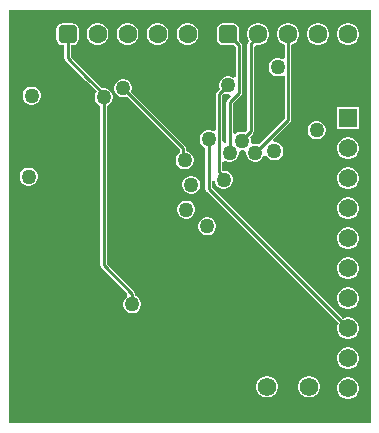
<source format=gbl>
G04*
G04 #@! TF.GenerationSoftware,Altium Limited,Altium Designer,24.7.2 (38)*
G04*
G04 Layer_Physical_Order=4*
G04 Layer_Color=16711680*
%FSLAX44Y44*%
%MOMM*%
G71*
G04*
G04 #@! TF.SameCoordinates,1ABB164B-B226-434E-8602-407845119EEE*
G04*
G04*
G04 #@! TF.FilePolarity,Positive*
G04*
G01*
G75*
%ADD34C,1.5700*%
%ADD35R,1.5660X1.5660*%
%ADD36C,1.5660*%
%ADD40C,0.2540*%
%ADD41C,1.6000*%
G04:AMPARAMS|DCode=42|XSize=1.6mm|YSize=1.6mm|CornerRadius=0.4mm|HoleSize=0mm|Usage=FLASHONLY|Rotation=0.000|XOffset=0mm|YOffset=0mm|HoleType=Round|Shape=RoundedRectangle|*
%AMROUNDEDRECTD42*
21,1,1.6000,0.8000,0,0,0.0*
21,1,0.8000,1.6000,0,0,0.0*
1,1,0.8000,0.4000,-0.4000*
1,1,0.8000,-0.4000,-0.4000*
1,1,0.8000,-0.4000,0.4000*
1,1,0.8000,0.4000,0.4000*
%
%ADD42ROUNDEDRECTD42*%
%ADD43C,1.2700*%
G36*
X1144270Y364490D02*
X838200D01*
Y713740D01*
X1144270D01*
Y364490D01*
D02*
G37*
%LPC*%
G36*
X1126440Y702690D02*
X1124000D01*
X1121642Y702058D01*
X1119528Y700838D01*
X1117802Y699112D01*
X1116582Y696998D01*
X1115950Y694640D01*
Y692200D01*
X1116582Y689842D01*
X1117802Y687728D01*
X1119528Y686002D01*
X1121642Y684782D01*
X1124000Y684150D01*
X1126440D01*
X1128798Y684782D01*
X1130912Y686002D01*
X1132638Y687728D01*
X1133858Y689842D01*
X1134490Y692200D01*
Y694640D01*
X1133858Y696998D01*
X1132638Y699112D01*
X1130912Y700838D01*
X1128798Y702058D01*
X1126440Y702690D01*
D02*
G37*
G36*
X1101040D02*
X1098600D01*
X1096242Y702058D01*
X1094128Y700838D01*
X1092402Y699112D01*
X1091182Y696998D01*
X1090550Y694640D01*
Y692200D01*
X1091182Y689842D01*
X1092402Y687728D01*
X1094128Y686002D01*
X1096242Y684782D01*
X1098600Y684150D01*
X1101040D01*
X1103398Y684782D01*
X1105512Y686002D01*
X1107238Y687728D01*
X1108458Y689842D01*
X1109090Y692200D01*
Y694640D01*
X1108458Y696998D01*
X1107238Y699112D01*
X1105512Y700838D01*
X1103398Y702058D01*
X1101040Y702690D01*
D02*
G37*
G36*
X990550D02*
X988110D01*
X985752Y702058D01*
X983638Y700838D01*
X981912Y699112D01*
X980692Y696998D01*
X980060Y694640D01*
Y692200D01*
X980692Y689842D01*
X981912Y687728D01*
X983638Y686002D01*
X985752Y684782D01*
X988110Y684150D01*
X990550D01*
X992908Y684782D01*
X995022Y686002D01*
X996748Y687728D01*
X997968Y689842D01*
X998600Y692200D01*
Y694640D01*
X997968Y696998D01*
X996748Y699112D01*
X995022Y700838D01*
X992908Y702058D01*
X990550Y702690D01*
D02*
G37*
G36*
X965150D02*
X962710D01*
X960352Y702058D01*
X958238Y700838D01*
X956512Y699112D01*
X955292Y696998D01*
X954660Y694640D01*
Y692200D01*
X955292Y689842D01*
X956512Y687728D01*
X958238Y686002D01*
X960352Y684782D01*
X962710Y684150D01*
X965150D01*
X967508Y684782D01*
X969622Y686002D01*
X971348Y687728D01*
X972568Y689842D01*
X973200Y692200D01*
Y694640D01*
X972568Y696998D01*
X971348Y699112D01*
X969622Y700838D01*
X967508Y702058D01*
X965150Y702690D01*
D02*
G37*
G36*
X939750D02*
X937310D01*
X934952Y702058D01*
X932838Y700838D01*
X931112Y699112D01*
X929892Y696998D01*
X929260Y694640D01*
Y692200D01*
X929892Y689842D01*
X931112Y687728D01*
X932838Y686002D01*
X934952Y684782D01*
X937310Y684150D01*
X939750D01*
X942108Y684782D01*
X944222Y686002D01*
X945948Y687728D01*
X947168Y689842D01*
X947800Y692200D01*
Y694640D01*
X947168Y696998D01*
X945948Y699112D01*
X944222Y700838D01*
X942108Y702058D01*
X939750Y702690D01*
D02*
G37*
G36*
X914350D02*
X911910D01*
X909552Y702058D01*
X907438Y700838D01*
X905712Y699112D01*
X904492Y696998D01*
X903860Y694640D01*
Y692200D01*
X904492Y689842D01*
X905712Y687728D01*
X907438Y686002D01*
X909552Y684782D01*
X911910Y684150D01*
X914350D01*
X916708Y684782D01*
X918822Y686002D01*
X920548Y687728D01*
X921768Y689842D01*
X922400Y692200D01*
Y694640D01*
X921768Y696998D01*
X920548Y699112D01*
X918822Y700838D01*
X916708Y702058D01*
X914350Y702690D01*
D02*
G37*
G36*
X1027620Y702793D02*
X1019620D01*
X1017564Y702384D01*
X1015820Y701219D01*
X1014656Y699476D01*
X1014247Y697420D01*
Y689420D01*
X1014656Y687364D01*
X1015820Y685620D01*
X1017564Y684456D01*
X1019620Y684047D01*
X1027620D01*
X1028600Y684242D01*
X1030553Y682514D01*
Y657676D01*
X1029139Y656836D01*
X1028013Y656503D01*
X1026561Y657341D01*
X1024623Y657860D01*
X1022617D01*
X1020679Y657341D01*
X1018941Y656338D01*
X1017523Y654919D01*
X1016519Y653181D01*
X1016000Y651243D01*
Y649237D01*
X1016519Y647299D01*
X1016701Y646984D01*
X1014169Y644451D01*
X1013607Y643611D01*
X1013410Y642620D01*
Y612486D01*
X1013223Y612270D01*
X1010870Y611148D01*
X1010051Y611621D01*
X1008113Y612140D01*
X1006107D01*
X1004169Y611621D01*
X1002431Y610617D01*
X1001012Y609199D01*
X1000009Y607461D01*
X999490Y605523D01*
Y603517D01*
X1000009Y601579D01*
X1001012Y599841D01*
X1002431Y598423D01*
X1004169Y597419D01*
X1004520Y597325D01*
Y562610D01*
X1004717Y561619D01*
X1005279Y560779D01*
X1117218Y448840D01*
X1116740Y448013D01*
X1116120Y445698D01*
Y443302D01*
X1116740Y440988D01*
X1117938Y438913D01*
X1119632Y437218D01*
X1121708Y436020D01*
X1124022Y435400D01*
X1126418D01*
X1128733Y436020D01*
X1130807Y437218D01*
X1132502Y438913D01*
X1133700Y440988D01*
X1134320Y443302D01*
Y445698D01*
X1133700Y448013D01*
X1132502Y450088D01*
X1130807Y451782D01*
X1128733Y452980D01*
X1126418Y453600D01*
X1124022D01*
X1121708Y452980D01*
X1120880Y452502D01*
X1009700Y563683D01*
Y568810D01*
X1009796Y569111D01*
X1012190Y569227D01*
X1012309Y568783D01*
X1012709Y567289D01*
X1013712Y565551D01*
X1015131Y564132D01*
X1016869Y563129D01*
X1018807Y562610D01*
X1020813D01*
X1022751Y563129D01*
X1024489Y564132D01*
X1025908Y565551D01*
X1026911Y567289D01*
X1027430Y569227D01*
Y571233D01*
X1026911Y573171D01*
X1025908Y574909D01*
X1024489Y576328D01*
X1022751Y577331D01*
X1020813Y577850D01*
X1018807D01*
X1018590Y580246D01*
Y585124D01*
X1018777Y585340D01*
X1021130Y586462D01*
X1021949Y585989D01*
X1023887Y585470D01*
X1025893D01*
X1027831Y585989D01*
X1029569Y586992D01*
X1030987Y588411D01*
X1031991Y590149D01*
X1032510Y592087D01*
Y593412D01*
X1033418Y594722D01*
X1034728Y595630D01*
X1036053D01*
X1036688Y595800D01*
X1038295Y594537D01*
X1038860Y593858D01*
Y592087D01*
X1039379Y590149D01*
X1040383Y588411D01*
X1041801Y586992D01*
X1043539Y585989D01*
X1045477Y585470D01*
X1047483D01*
X1049421Y585989D01*
X1051159Y586992D01*
X1052578Y588411D01*
X1053581Y590149D01*
X1053626Y590319D01*
X1056335Y590613D01*
X1056845Y589728D01*
X1058264Y588310D01*
X1060002Y587306D01*
X1061940Y586787D01*
X1063946D01*
X1065884Y587306D01*
X1067622Y588310D01*
X1069040Y589728D01*
X1070044Y591466D01*
X1070563Y593404D01*
Y595410D01*
X1070044Y597348D01*
X1069040Y599086D01*
X1067622Y600505D01*
X1065884Y601508D01*
X1063946Y602027D01*
X1062672D01*
X1061587Y603991D01*
X1061504Y604451D01*
X1076251Y619199D01*
X1076813Y620039D01*
X1077010Y621030D01*
Y684517D01*
X1077998Y684782D01*
X1080112Y686002D01*
X1081838Y687728D01*
X1083058Y689842D01*
X1083690Y692200D01*
Y694640D01*
X1083058Y696998D01*
X1081838Y699112D01*
X1080112Y700838D01*
X1077998Y702058D01*
X1075640Y702690D01*
X1073200D01*
X1070842Y702058D01*
X1068728Y700838D01*
X1067002Y699112D01*
X1065782Y696998D01*
X1065150Y694640D01*
Y692200D01*
X1065782Y689842D01*
X1067002Y687728D01*
X1068728Y686002D01*
X1070842Y684782D01*
X1071830Y684517D01*
Y673446D01*
X1071643Y673230D01*
X1069290Y672108D01*
X1068471Y672581D01*
X1066533Y673100D01*
X1064527D01*
X1062589Y672581D01*
X1060851Y671578D01*
X1059433Y670159D01*
X1058429Y668421D01*
X1057910Y666483D01*
Y664477D01*
X1058429Y662539D01*
X1059433Y660801D01*
X1060851Y659382D01*
X1062589Y658379D01*
X1064527Y657860D01*
X1066533D01*
X1068471Y658379D01*
X1069290Y658852D01*
X1071643Y657730D01*
X1071830Y657514D01*
Y622103D01*
X1049736Y600009D01*
X1049421Y600191D01*
X1047483Y600710D01*
X1045477D01*
X1044842Y600540D01*
X1043235Y601803D01*
X1042670Y602482D01*
Y604253D01*
X1042151Y606191D01*
X1041892Y606639D01*
X1044501Y609248D01*
X1045063Y610088D01*
X1045260Y611079D01*
Y682201D01*
X1047790Y684153D01*
X1047800Y684150D01*
X1050240D01*
X1052598Y684782D01*
X1054712Y686002D01*
X1056438Y687728D01*
X1057658Y689842D01*
X1058290Y692200D01*
Y694640D01*
X1057658Y696998D01*
X1056438Y699112D01*
X1054712Y700838D01*
X1052598Y702058D01*
X1050240Y702690D01*
X1047800D01*
X1045442Y702058D01*
X1043328Y700838D01*
X1041602Y699112D01*
X1040382Y696998D01*
X1039750Y694640D01*
Y692200D01*
X1040382Y689842D01*
X1041577Y687772D01*
X1040839Y687033D01*
X1040277Y686193D01*
X1040080Y685202D01*
Y612152D01*
X1038174Y610245D01*
X1037991Y610351D01*
X1036053Y610870D01*
X1034047D01*
X1032109Y610351D01*
X1030371Y609347D01*
X1030020Y608996D01*
X1027480Y610048D01*
Y634614D01*
X1034974Y642108D01*
X1035535Y642948D01*
X1035732Y643939D01*
Y683897D01*
X1035535Y684889D01*
X1034974Y685729D01*
X1032709Y687993D01*
X1032993Y689420D01*
Y697420D01*
X1032584Y699476D01*
X1031420Y701219D01*
X1029676Y702384D01*
X1027620Y702793D01*
D02*
G37*
G36*
X858253Y648970D02*
X856247D01*
X854309Y648451D01*
X852571Y647448D01*
X851152Y646029D01*
X850149Y644291D01*
X849630Y642353D01*
Y640347D01*
X850149Y638409D01*
X851152Y636671D01*
X852571Y635252D01*
X854309Y634249D01*
X856247Y633730D01*
X858253D01*
X860191Y634249D01*
X861929Y635252D01*
X863347Y636671D01*
X864351Y638409D01*
X864870Y640347D01*
Y642353D01*
X864351Y644291D01*
X863347Y646029D01*
X861929Y647448D01*
X860191Y648451D01*
X858253Y648970D01*
D02*
G37*
G36*
X1134320Y631400D02*
X1116120D01*
Y613200D01*
X1134320D01*
Y631400D01*
D02*
G37*
G36*
X1099553Y619760D02*
X1097547D01*
X1095609Y619241D01*
X1093871Y618237D01*
X1092452Y616819D01*
X1091449Y615081D01*
X1090930Y613143D01*
Y611137D01*
X1091449Y609199D01*
X1092452Y607461D01*
X1093871Y606043D01*
X1095609Y605039D01*
X1097547Y604520D01*
X1099553D01*
X1101491Y605039D01*
X1103229Y606043D01*
X1104648Y607461D01*
X1105651Y609199D01*
X1106170Y611137D01*
Y613143D01*
X1105651Y615081D01*
X1104648Y616819D01*
X1103229Y618237D01*
X1101491Y619241D01*
X1099553Y619760D01*
D02*
G37*
G36*
X1126418Y606000D02*
X1124022D01*
X1121708Y605380D01*
X1119632Y604182D01*
X1117938Y602487D01*
X1116740Y600412D01*
X1116120Y598098D01*
Y595702D01*
X1116740Y593387D01*
X1117938Y591312D01*
X1119632Y589618D01*
X1121708Y588420D01*
X1124022Y587800D01*
X1126418D01*
X1128733Y588420D01*
X1130807Y589618D01*
X1132502Y591312D01*
X1133700Y593387D01*
X1134320Y595702D01*
Y598098D01*
X1133700Y600412D01*
X1132502Y602487D01*
X1130807Y604182D01*
X1128733Y605380D01*
X1126418Y606000D01*
D02*
G37*
G36*
X935723Y655320D02*
X933717D01*
X931779Y654801D01*
X930041Y653798D01*
X928623Y652379D01*
X927619Y650641D01*
X927100Y648703D01*
Y646697D01*
X927619Y644759D01*
X928623Y643021D01*
X930041Y641602D01*
X931779Y640599D01*
X933717Y640080D01*
X935723D01*
X937661Y640599D01*
X937976Y640781D01*
X982930Y595827D01*
Y593310D01*
X982111Y592837D01*
X980693Y591419D01*
X979689Y589681D01*
X979170Y587743D01*
Y585737D01*
X979689Y583799D01*
X980693Y582061D01*
X982111Y580643D01*
X983849Y579639D01*
X985787Y579120D01*
X987793D01*
X989731Y579639D01*
X991469Y580643D01*
X992887Y582061D01*
X993891Y583799D01*
X994410Y585737D01*
Y587743D01*
X993891Y589681D01*
X992887Y591419D01*
X991469Y592837D01*
X989731Y593841D01*
X988110Y594275D01*
Y596900D01*
X987913Y597891D01*
X987351Y598731D01*
X941639Y644444D01*
X941821Y644759D01*
X942340Y646697D01*
Y648703D01*
X941821Y650641D01*
X940817Y652379D01*
X939399Y653798D01*
X937661Y654801D01*
X935723Y655320D01*
D02*
G37*
G36*
X855713Y580390D02*
X853707D01*
X851769Y579871D01*
X850031Y578867D01*
X848613Y577449D01*
X847609Y575711D01*
X847090Y573773D01*
Y571767D01*
X847609Y569829D01*
X848613Y568091D01*
X850031Y566673D01*
X851769Y565669D01*
X853707Y565150D01*
X855713D01*
X857651Y565669D01*
X859389Y566673D01*
X860807Y568091D01*
X861811Y569829D01*
X862330Y571767D01*
Y573773D01*
X861811Y575711D01*
X860807Y577449D01*
X859389Y578867D01*
X857651Y579871D01*
X855713Y580390D01*
D02*
G37*
G36*
X1126418Y580600D02*
X1124022D01*
X1121708Y579980D01*
X1119632Y578782D01*
X1117938Y577088D01*
X1116740Y575013D01*
X1116120Y572698D01*
Y570302D01*
X1116740Y567988D01*
X1117938Y565913D01*
X1119632Y564218D01*
X1121708Y563020D01*
X1124022Y562400D01*
X1126418D01*
X1128733Y563020D01*
X1130807Y564218D01*
X1132502Y565913D01*
X1133700Y567988D01*
X1134320Y570302D01*
Y572698D01*
X1133700Y575013D01*
X1132502Y577088D01*
X1130807Y578782D01*
X1128733Y579980D01*
X1126418Y580600D01*
D02*
G37*
G36*
X993508Y573405D02*
X991502D01*
X989564Y572886D01*
X987826Y571883D01*
X986407Y570464D01*
X985404Y568726D01*
X984885Y566788D01*
Y564782D01*
X985404Y562844D01*
X986407Y561106D01*
X987826Y559688D01*
X989564Y558684D01*
X991502Y558165D01*
X993508D01*
X995446Y558684D01*
X997184Y559688D01*
X998603Y561106D01*
X999606Y562844D01*
X1000125Y564782D01*
Y566788D01*
X999606Y568726D01*
X998603Y570464D01*
X997184Y571883D01*
X995446Y572886D01*
X993508Y573405D01*
D02*
G37*
G36*
X989063Y552450D02*
X987057D01*
X985119Y551931D01*
X983381Y550928D01*
X981963Y549509D01*
X980959Y547771D01*
X980440Y545833D01*
Y543827D01*
X980959Y541889D01*
X981963Y540151D01*
X983381Y538732D01*
X985119Y537729D01*
X987057Y537210D01*
X989063D01*
X991001Y537729D01*
X992739Y538732D01*
X994157Y540151D01*
X995161Y541889D01*
X995680Y543827D01*
Y545833D01*
X995161Y547771D01*
X994157Y549509D01*
X992739Y550928D01*
X991001Y551931D01*
X989063Y552450D01*
D02*
G37*
G36*
X1126418Y555200D02*
X1124022D01*
X1121708Y554580D01*
X1119632Y553382D01*
X1117938Y551688D01*
X1116740Y549613D01*
X1116120Y547298D01*
Y544902D01*
X1116740Y542588D01*
X1117938Y540513D01*
X1119632Y538818D01*
X1121708Y537620D01*
X1124022Y537000D01*
X1126418D01*
X1128733Y537620D01*
X1130807Y538818D01*
X1132502Y540513D01*
X1133700Y542588D01*
X1134320Y544902D01*
Y547298D01*
X1133700Y549613D01*
X1132502Y551688D01*
X1130807Y553382D01*
X1128733Y554580D01*
X1126418Y555200D01*
D02*
G37*
G36*
X1006843Y538480D02*
X1004837D01*
X1002899Y537961D01*
X1001161Y536958D01*
X999743Y535539D01*
X998739Y533801D01*
X998220Y531863D01*
Y529857D01*
X998739Y527919D01*
X999743Y526181D01*
X1001161Y524762D01*
X1002899Y523759D01*
X1004837Y523240D01*
X1006843D01*
X1008781Y523759D01*
X1010519Y524762D01*
X1011937Y526181D01*
X1012941Y527919D01*
X1013460Y529857D01*
Y531863D01*
X1012941Y533801D01*
X1011937Y535539D01*
X1010519Y536958D01*
X1008781Y537961D01*
X1006843Y538480D01*
D02*
G37*
G36*
X1126418Y529800D02*
X1124022D01*
X1121708Y529180D01*
X1119632Y527982D01*
X1117938Y526287D01*
X1116740Y524212D01*
X1116120Y521898D01*
Y519502D01*
X1116740Y517188D01*
X1117938Y515112D01*
X1119632Y513418D01*
X1121708Y512220D01*
X1124022Y511600D01*
X1126418D01*
X1128733Y512220D01*
X1130807Y513418D01*
X1132502Y515112D01*
X1133700Y517188D01*
X1134320Y519502D01*
Y521898D01*
X1133700Y524212D01*
X1132502Y526287D01*
X1130807Y527982D01*
X1128733Y529180D01*
X1126418Y529800D01*
D02*
G37*
G36*
Y504400D02*
X1124022D01*
X1121708Y503780D01*
X1119632Y502582D01*
X1117938Y500887D01*
X1116740Y498812D01*
X1116120Y496498D01*
Y494102D01*
X1116740Y491787D01*
X1117938Y489712D01*
X1119632Y488018D01*
X1121708Y486820D01*
X1124022Y486200D01*
X1126418D01*
X1128733Y486820D01*
X1130807Y488018D01*
X1132502Y489712D01*
X1133700Y491787D01*
X1134320Y494102D01*
Y496498D01*
X1133700Y498812D01*
X1132502Y500887D01*
X1130807Y502582D01*
X1128733Y503780D01*
X1126418Y504400D01*
D02*
G37*
G36*
Y479000D02*
X1124022D01*
X1121708Y478380D01*
X1119632Y477182D01*
X1117938Y475488D01*
X1116740Y473413D01*
X1116120Y471098D01*
Y468702D01*
X1116740Y466387D01*
X1117938Y464313D01*
X1119632Y462618D01*
X1121708Y461420D01*
X1124022Y460800D01*
X1126418D01*
X1128733Y461420D01*
X1130807Y462618D01*
X1132502Y464313D01*
X1133700Y466387D01*
X1134320Y468702D01*
Y471098D01*
X1133700Y473413D01*
X1132502Y475488D01*
X1130807Y477182D01*
X1128733Y478380D01*
X1126418Y479000D01*
D02*
G37*
G36*
X891730Y702793D02*
X883730D01*
X881674Y702384D01*
X879930Y701219D01*
X878766Y699476D01*
X878357Y697420D01*
Y689420D01*
X878766Y687364D01*
X879930Y685620D01*
X881674Y684456D01*
X883730Y684047D01*
X885140D01*
Y673100D01*
X885337Y672109D01*
X885899Y671269D01*
X902409Y654759D01*
X903153Y654015D01*
X903153Y654015D01*
X903153Y654015D01*
X912261Y644907D01*
X912113Y644759D01*
X911109Y643021D01*
X910590Y641083D01*
Y639077D01*
X911109Y637139D01*
X912113Y635401D01*
X913531Y633983D01*
X915269Y632979D01*
X915620Y632885D01*
Y497840D01*
X915817Y496849D01*
X916379Y496009D01*
X938251Y474137D01*
X937799Y470997D01*
X937661Y470918D01*
X936243Y469499D01*
X935239Y467761D01*
X934720Y465823D01*
Y463817D01*
X935239Y461879D01*
X936243Y460141D01*
X937661Y458722D01*
X939399Y457719D01*
X941337Y457200D01*
X943343D01*
X945281Y457719D01*
X947019Y458722D01*
X948438Y460141D01*
X949441Y461879D01*
X949960Y463817D01*
Y465823D01*
X949441Y467761D01*
X948438Y469499D01*
X947019Y470918D01*
X945281Y471921D01*
X944930Y472015D01*
Y473710D01*
X944733Y474701D01*
X944171Y475541D01*
X920800Y498913D01*
Y632885D01*
X921151Y632979D01*
X922889Y633983D01*
X924307Y635401D01*
X925311Y637139D01*
X925830Y639077D01*
Y641083D01*
X925311Y643021D01*
X924307Y644759D01*
X922889Y646178D01*
X921151Y647181D01*
X919213Y647700D01*
X917207D01*
X916880Y647612D01*
X906815Y657677D01*
X906071Y658421D01*
X906071Y658421D01*
X906071Y658421D01*
X890320Y674173D01*
Y684047D01*
X891730D01*
X893786Y684456D01*
X895529Y685620D01*
X896694Y687364D01*
X897103Y689420D01*
Y697420D01*
X896694Y699476D01*
X895529Y701219D01*
X893786Y702384D01*
X891730Y702793D01*
D02*
G37*
G36*
X1126418Y428200D02*
X1124022D01*
X1121708Y427580D01*
X1119632Y426382D01*
X1117938Y424688D01*
X1116740Y422612D01*
X1116120Y420298D01*
Y417902D01*
X1116740Y415588D01*
X1117938Y413512D01*
X1119632Y411818D01*
X1121708Y410620D01*
X1124022Y410000D01*
X1126418D01*
X1128733Y410620D01*
X1130807Y411818D01*
X1132502Y413512D01*
X1133700Y415588D01*
X1134320Y417902D01*
Y420298D01*
X1133700Y422612D01*
X1132502Y424688D01*
X1130807Y426382D01*
X1128733Y427580D01*
X1126418Y428200D01*
D02*
G37*
G36*
X1093401Y404090D02*
X1090999D01*
X1088680Y403469D01*
X1086600Y402268D01*
X1084902Y400570D01*
X1083701Y398490D01*
X1083080Y396171D01*
Y393769D01*
X1083701Y391450D01*
X1084902Y389370D01*
X1086600Y387672D01*
X1088680Y386471D01*
X1090999Y385850D01*
X1093401D01*
X1095720Y386471D01*
X1097800Y387672D01*
X1099498Y389370D01*
X1100698Y391450D01*
X1101320Y393769D01*
Y396171D01*
X1100698Y398490D01*
X1099498Y400570D01*
X1097800Y402268D01*
X1095720Y403469D01*
X1093401Y404090D01*
D02*
G37*
G36*
X1057841D02*
X1055439D01*
X1053120Y403469D01*
X1051040Y402268D01*
X1049342Y400570D01*
X1048141Y398490D01*
X1047520Y396171D01*
Y393769D01*
X1048141Y391450D01*
X1049342Y389370D01*
X1051040Y387672D01*
X1053120Y386471D01*
X1055439Y385850D01*
X1057841D01*
X1060160Y386471D01*
X1062240Y387672D01*
X1063938Y389370D01*
X1065138Y391450D01*
X1065760Y393769D01*
Y396171D01*
X1065138Y398490D01*
X1063938Y400570D01*
X1062240Y402268D01*
X1060160Y403469D01*
X1057841Y404090D01*
D02*
G37*
G36*
X1126418Y402800D02*
X1124022D01*
X1121708Y402180D01*
X1119632Y400982D01*
X1117938Y399287D01*
X1116740Y397212D01*
X1116120Y394898D01*
Y392502D01*
X1116740Y390187D01*
X1117938Y388112D01*
X1119632Y386418D01*
X1121708Y385220D01*
X1124022Y384600D01*
X1126418D01*
X1128733Y385220D01*
X1130807Y386418D01*
X1132502Y388112D01*
X1133700Y390187D01*
X1134320Y392502D01*
Y394898D01*
X1133700Y397212D01*
X1132502Y399287D01*
X1130807Y400982D01*
X1128733Y402180D01*
X1126418Y402800D01*
D02*
G37*
%LPD*%
G36*
X1020679Y643139D02*
X1022617Y642620D01*
X1024569D01*
X1024693Y642491D01*
X1025864Y640323D01*
X1023059Y637518D01*
X1022497Y636677D01*
X1022300Y635686D01*
Y601925D01*
X1021130Y601209D01*
X1018590Y602633D01*
Y641547D01*
X1020364Y643321D01*
X1020679Y643139D01*
D02*
G37*
D34*
X1092200Y394970D02*
D03*
X1056640D02*
D03*
D35*
X1125220Y622300D02*
D03*
D36*
Y596900D02*
D03*
Y571500D02*
D03*
Y546100D02*
D03*
Y520700D02*
D03*
Y495300D02*
D03*
Y469900D02*
D03*
Y444500D02*
D03*
Y419100D02*
D03*
Y393700D02*
D03*
D40*
X1042670Y611079D02*
Y685202D01*
X1035050Y603250D02*
Y603459D01*
X1042670Y611079D01*
X1016000Y576789D02*
X1019810Y572979D01*
Y570230D02*
Y572979D01*
X1016000Y576789D02*
Y642620D01*
X1024890Y593090D02*
Y635686D01*
X1033142Y643939D01*
X1016000Y642620D02*
X1023620Y650240D01*
X1007110Y562610D02*
Y604520D01*
X1046480Y593090D02*
X1074420Y621030D01*
X1049020Y691552D02*
Y693420D01*
X1042670Y685202D02*
X1049020Y691552D01*
X1074420Y621030D02*
Y693420D01*
X1033142Y643939D02*
Y683897D01*
X1023620Y693420D02*
X1033142Y683897D01*
X887730Y673100D02*
Y693420D01*
Y673100D02*
X904240Y656590D01*
X918210Y640080D02*
Y642620D01*
X904984Y655846D02*
X918210Y642620D01*
Y497840D02*
Y640080D01*
X904240Y656590D02*
X904984Y655846D01*
X854710Y572770D02*
X855980Y574040D01*
X985520Y588010D02*
Y596900D01*
X934720Y647700D02*
X985520Y596900D01*
Y588010D02*
X986790Y586740D01*
X918210Y497840D02*
X942340Y473710D01*
Y464820D02*
Y473710D01*
X941070Y466090D02*
X942340Y464820D01*
X1007110Y562610D02*
X1125220Y444500D01*
D41*
X1074420Y693420D02*
D03*
X1049020D02*
D03*
X1099820D02*
D03*
X1125220D02*
D03*
X938530D02*
D03*
X913130D02*
D03*
X963930D02*
D03*
X989330D02*
D03*
D42*
X1023620D02*
D03*
X887730D02*
D03*
D43*
X992505Y565785D02*
D03*
X988060Y544830D02*
D03*
X1098550Y612140D02*
D03*
X1062943Y594407D02*
D03*
X1005840Y530860D02*
D03*
X1035050Y603250D02*
D03*
X1024890Y593090D02*
D03*
X1007110Y604520D02*
D03*
X1046480Y593090D02*
D03*
X1019810Y570230D02*
D03*
X1065530Y665480D02*
D03*
X1023620Y650240D02*
D03*
X934720Y647700D02*
D03*
X918210Y640080D02*
D03*
X854710Y572770D02*
D03*
X986790Y586740D02*
D03*
X857250Y641350D02*
D03*
X942340Y464820D02*
D03*
M02*

</source>
